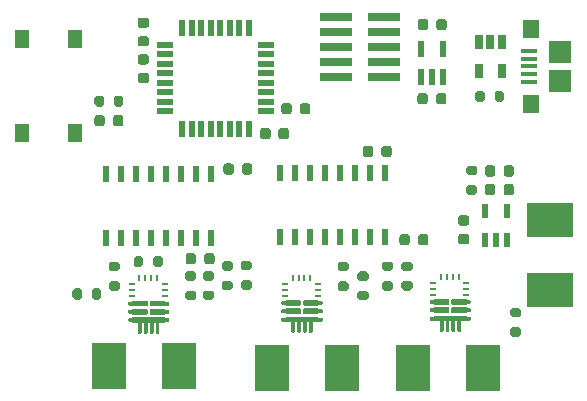
<source format=gtp>
G04 #@! TF.GenerationSoftware,KiCad,Pcbnew,5.99.0+really5.1.10+dfsg1-1*
G04 #@! TF.CreationDate,2021-12-28T19:21:21+02:00*
G04 #@! TF.ProjectId,components_main_board,636f6d70-6f6e-4656-9e74-735f6d61696e,V0.1*
G04 #@! TF.SameCoordinates,Original*
G04 #@! TF.FileFunction,Paste,Top*
G04 #@! TF.FilePolarity,Positive*
%FSLAX46Y46*%
G04 Gerber Fmt 4.6, Leading zero omitted, Abs format (unit mm)*
G04 Created by KiCad (PCBNEW 5.99.0+really5.1.10+dfsg1-1) date 2021-12-28 19:21:21*
%MOMM*%
%LPD*%
G01*
G04 APERTURE LIST*
%ADD10C,0.100000*%
%ADD11R,1.900000X1.900000*%
%ADD12R,1.400000X1.600000*%
%ADD13R,1.350000X0.400000*%
%ADD14R,0.533400X1.461700*%
%ADD15R,1.358900X0.500800*%
%ADD16R,0.500800X1.358900*%
%ADD17R,0.700001X1.150000*%
%ADD18R,2.790000X0.740000*%
%ADD19R,3.000000X4.000000*%
%ADD20R,4.000000X3.000000*%
%ADD21R,0.580000X1.420000*%
%ADD22R,0.600000X1.250000*%
%ADD23R,1.300000X1.550000*%
%ADD24R,0.599999X0.249999*%
%ADD25R,0.249999X0.599999*%
G04 APERTURE END LIST*
D10*
G36*
X213882901Y-122678800D02*
G01*
X213882901Y-122528800D01*
X213932901Y-122478798D01*
X214232900Y-122478798D01*
X214232900Y-122403799D01*
X216932900Y-122403799D01*
X216932900Y-122478798D01*
X217232899Y-122478800D01*
X217282899Y-122528800D01*
X217282899Y-122678800D01*
X217232899Y-122728800D01*
X216932900Y-122728800D01*
X216932900Y-122803798D01*
X216457900Y-122803798D01*
X216457900Y-123653799D01*
X216407900Y-123703799D01*
X216257900Y-123703799D01*
X216207900Y-123653799D01*
X216207900Y-122803798D01*
X215957901Y-122803798D01*
X215957901Y-123653799D01*
X215907901Y-123703799D01*
X215757901Y-123703799D01*
X215707901Y-123653799D01*
X215707901Y-122803798D01*
X215457899Y-122803798D01*
X215457899Y-123653799D01*
X215407899Y-123703799D01*
X215257899Y-123703799D01*
X215207899Y-123653799D01*
X215207899Y-122803798D01*
X214957900Y-122803798D01*
X214957900Y-123653799D01*
X214907900Y-123703799D01*
X214757900Y-123703799D01*
X214707900Y-123653799D01*
X214707900Y-122803798D01*
X214232900Y-122803798D01*
X214232900Y-122728800D01*
X213932901Y-122728800D01*
X213882901Y-122678800D01*
G37*
X213882901Y-122678800D02*
X213882901Y-122528800D01*
X213932901Y-122478798D01*
X214232900Y-122478798D01*
X214232900Y-122403799D01*
X216932900Y-122403799D01*
X216932900Y-122478798D01*
X217232899Y-122478800D01*
X217282899Y-122528800D01*
X217282899Y-122678800D01*
X217232899Y-122728800D01*
X216932900Y-122728800D01*
X216932900Y-122803798D01*
X216457900Y-122803798D01*
X216457900Y-123653799D01*
X216407900Y-123703799D01*
X216257900Y-123703799D01*
X216207900Y-123653799D01*
X216207900Y-122803798D01*
X215957901Y-122803798D01*
X215957901Y-123653799D01*
X215907901Y-123703799D01*
X215757901Y-123703799D01*
X215707901Y-123653799D01*
X215707901Y-122803798D01*
X215457899Y-122803798D01*
X215457899Y-123653799D01*
X215407899Y-123703799D01*
X215257899Y-123703799D01*
X215207899Y-123653799D01*
X215207899Y-122803798D01*
X214957900Y-122803798D01*
X214957900Y-123653799D01*
X214907900Y-123703799D01*
X214757900Y-123703799D01*
X214707900Y-123653799D01*
X214707900Y-122803798D01*
X214232900Y-122803798D01*
X214232900Y-122728800D01*
X213932901Y-122728800D01*
X213882901Y-122678800D01*
G36*
X217282899Y-121828784D02*
G01*
X217282899Y-121978784D01*
X217232899Y-122028781D01*
X216932900Y-122028783D01*
X216932900Y-122103782D01*
X215757901Y-122103782D01*
X215707898Y-122053782D01*
X215707901Y-121753783D01*
X215757898Y-121703783D01*
X216932900Y-121703783D01*
X216932900Y-121778784D01*
X217232899Y-121778784D01*
X217282899Y-121828784D01*
G37*
X217282899Y-121828784D02*
X217282899Y-121978784D01*
X217232899Y-122028781D01*
X216932900Y-122028783D01*
X216932900Y-122103782D01*
X215757901Y-122103782D01*
X215707898Y-122053782D01*
X215707901Y-121753783D01*
X215757898Y-121703783D01*
X216932900Y-121703783D01*
X216932900Y-121778784D01*
X217232899Y-121778784D01*
X217282899Y-121828784D01*
G36*
X213882924Y-121978814D02*
G01*
X213882924Y-121828814D01*
X213932924Y-121778817D01*
X214232923Y-121778814D01*
X214232923Y-121703816D01*
X215407922Y-121703816D01*
X215457924Y-121753816D01*
X215457922Y-122053815D01*
X215407924Y-122103815D01*
X214232923Y-122103815D01*
X214232923Y-122028814D01*
X213932924Y-122028814D01*
X213882924Y-121978814D01*
G37*
X213882924Y-121978814D02*
X213882924Y-121828814D01*
X213932924Y-121778817D01*
X214232923Y-121778814D01*
X214232923Y-121703816D01*
X215407922Y-121703816D01*
X215457924Y-121753816D01*
X215457922Y-122053815D01*
X215407924Y-122103815D01*
X214232923Y-122103815D01*
X214232923Y-122028814D01*
X213932924Y-122028814D01*
X213882924Y-121978814D01*
G36*
X217282899Y-121278767D02*
G01*
X217232899Y-121328767D01*
X216932900Y-121328767D01*
X216932900Y-121403768D01*
X215757901Y-121403766D01*
X215707898Y-121353766D01*
X215707901Y-121053766D01*
X215757898Y-121003766D01*
X216932900Y-121003766D01*
X216932900Y-121078768D01*
X217232899Y-121078768D01*
X217282899Y-121128770D01*
X217282899Y-121278767D01*
G37*
X217282899Y-121278767D02*
X217232899Y-121328767D01*
X216932900Y-121328767D01*
X216932900Y-121403768D01*
X215757901Y-121403766D01*
X215707898Y-121353766D01*
X215707901Y-121053766D01*
X215757898Y-121003766D01*
X216932900Y-121003766D01*
X216932900Y-121078768D01*
X217232899Y-121078768D01*
X217282899Y-121128770D01*
X217282899Y-121278767D01*
G36*
X213882901Y-121128798D02*
G01*
X213932901Y-121078801D01*
X214232900Y-121078798D01*
X214232900Y-121003799D01*
X215407899Y-121003799D01*
X215457902Y-121053799D01*
X215457899Y-121353799D01*
X215407902Y-121403799D01*
X214232900Y-121403799D01*
X214232900Y-121328800D01*
X213932901Y-121328798D01*
X213882901Y-121278798D01*
X213882901Y-121128798D01*
G37*
X213882901Y-121128798D02*
X213932901Y-121078801D01*
X214232900Y-121078798D01*
X214232900Y-121003799D01*
X215407899Y-121003799D01*
X215457902Y-121053799D01*
X215457899Y-121353799D01*
X215407902Y-121403799D01*
X214232900Y-121403799D01*
X214232900Y-121328800D01*
X213932901Y-121328798D01*
X213882901Y-121278798D01*
X213882901Y-121128798D01*
G36*
X200901601Y-121172600D02*
G01*
X200951601Y-121122603D01*
X201251600Y-121122600D01*
X201251600Y-121047601D01*
X202426599Y-121047601D01*
X202476602Y-121097601D01*
X202476599Y-121397601D01*
X202426602Y-121447601D01*
X201251600Y-121447601D01*
X201251600Y-121372602D01*
X200951601Y-121372600D01*
X200901601Y-121322600D01*
X200901601Y-121172600D01*
G37*
X200901601Y-121172600D02*
X200951601Y-121122603D01*
X201251600Y-121122600D01*
X201251600Y-121047601D01*
X202426599Y-121047601D01*
X202476602Y-121097601D01*
X202476599Y-121397601D01*
X202426602Y-121447601D01*
X201251600Y-121447601D01*
X201251600Y-121372602D01*
X200951601Y-121372600D01*
X200901601Y-121322600D01*
X200901601Y-121172600D01*
G36*
X204301599Y-121322569D02*
G01*
X204251599Y-121372569D01*
X203951600Y-121372569D01*
X203951600Y-121447570D01*
X202776601Y-121447568D01*
X202726598Y-121397568D01*
X202726601Y-121097568D01*
X202776598Y-121047568D01*
X203951600Y-121047568D01*
X203951600Y-121122570D01*
X204251599Y-121122570D01*
X204301599Y-121172572D01*
X204301599Y-121322569D01*
G37*
X204301599Y-121322569D02*
X204251599Y-121372569D01*
X203951600Y-121372569D01*
X203951600Y-121447570D01*
X202776601Y-121447568D01*
X202726598Y-121397568D01*
X202726601Y-121097568D01*
X202776598Y-121047568D01*
X203951600Y-121047568D01*
X203951600Y-121122570D01*
X204251599Y-121122570D01*
X204301599Y-121172572D01*
X204301599Y-121322569D01*
G36*
X200901624Y-122022616D02*
G01*
X200901624Y-121872616D01*
X200951624Y-121822619D01*
X201251623Y-121822616D01*
X201251623Y-121747618D01*
X202426622Y-121747618D01*
X202476624Y-121797618D01*
X202476622Y-122097617D01*
X202426624Y-122147617D01*
X201251623Y-122147617D01*
X201251623Y-122072616D01*
X200951624Y-122072616D01*
X200901624Y-122022616D01*
G37*
X200901624Y-122022616D02*
X200901624Y-121872616D01*
X200951624Y-121822619D01*
X201251623Y-121822616D01*
X201251623Y-121747618D01*
X202426622Y-121747618D01*
X202476624Y-121797618D01*
X202476622Y-122097617D01*
X202426624Y-122147617D01*
X201251623Y-122147617D01*
X201251623Y-122072616D01*
X200951624Y-122072616D01*
X200901624Y-122022616D01*
G36*
X204301599Y-121872586D02*
G01*
X204301599Y-122022586D01*
X204251599Y-122072583D01*
X203951600Y-122072585D01*
X203951600Y-122147584D01*
X202776601Y-122147584D01*
X202726598Y-122097584D01*
X202726601Y-121797585D01*
X202776598Y-121747585D01*
X203951600Y-121747585D01*
X203951600Y-121822586D01*
X204251599Y-121822586D01*
X204301599Y-121872586D01*
G37*
X204301599Y-121872586D02*
X204301599Y-122022586D01*
X204251599Y-122072583D01*
X203951600Y-122072585D01*
X203951600Y-122147584D01*
X202776601Y-122147584D01*
X202726598Y-122097584D01*
X202726601Y-121797585D01*
X202776598Y-121747585D01*
X203951600Y-121747585D01*
X203951600Y-121822586D01*
X204251599Y-121822586D01*
X204301599Y-121872586D01*
G36*
X200901601Y-122722602D02*
G01*
X200901601Y-122572602D01*
X200951601Y-122522600D01*
X201251600Y-122522600D01*
X201251600Y-122447601D01*
X203951600Y-122447601D01*
X203951600Y-122522600D01*
X204251599Y-122522602D01*
X204301599Y-122572602D01*
X204301599Y-122722602D01*
X204251599Y-122772602D01*
X203951600Y-122772602D01*
X203951600Y-122847600D01*
X203476600Y-122847600D01*
X203476600Y-123697601D01*
X203426600Y-123747601D01*
X203276600Y-123747601D01*
X203226600Y-123697601D01*
X203226600Y-122847600D01*
X202976601Y-122847600D01*
X202976601Y-123697601D01*
X202926601Y-123747601D01*
X202776601Y-123747601D01*
X202726601Y-123697601D01*
X202726601Y-122847600D01*
X202476599Y-122847600D01*
X202476599Y-123697601D01*
X202426599Y-123747601D01*
X202276599Y-123747601D01*
X202226599Y-123697601D01*
X202226599Y-122847600D01*
X201976600Y-122847600D01*
X201976600Y-123697601D01*
X201926600Y-123747601D01*
X201776600Y-123747601D01*
X201726600Y-123697601D01*
X201726600Y-122847600D01*
X201251600Y-122847600D01*
X201251600Y-122772602D01*
X200951601Y-122772602D01*
X200901601Y-122722602D01*
G37*
X200901601Y-122722602D02*
X200901601Y-122572602D01*
X200951601Y-122522600D01*
X201251600Y-122522600D01*
X201251600Y-122447601D01*
X203951600Y-122447601D01*
X203951600Y-122522600D01*
X204251599Y-122522602D01*
X204301599Y-122572602D01*
X204301599Y-122722602D01*
X204251599Y-122772602D01*
X203951600Y-122772602D01*
X203951600Y-122847600D01*
X203476600Y-122847600D01*
X203476600Y-123697601D01*
X203426600Y-123747601D01*
X203276600Y-123747601D01*
X203226600Y-123697601D01*
X203226600Y-122847600D01*
X202976601Y-122847600D01*
X202976601Y-123697601D01*
X202926601Y-123747601D01*
X202776601Y-123747601D01*
X202726601Y-123697601D01*
X202726601Y-122847600D01*
X202476599Y-122847600D01*
X202476599Y-123697601D01*
X202426599Y-123747601D01*
X202276599Y-123747601D01*
X202226599Y-123697601D01*
X202226599Y-122847600D01*
X201976600Y-122847600D01*
X201976600Y-123697601D01*
X201926600Y-123747601D01*
X201776600Y-123747601D01*
X201726600Y-123697601D01*
X201726600Y-122847600D01*
X201251600Y-122847600D01*
X201251600Y-122772602D01*
X200951601Y-122772602D01*
X200901601Y-122722602D01*
G36*
X226454001Y-122592201D02*
G01*
X226454001Y-122442201D01*
X226504001Y-122392199D01*
X226804000Y-122392199D01*
X226804000Y-122317200D01*
X229504000Y-122317200D01*
X229504000Y-122392199D01*
X229803999Y-122392201D01*
X229853999Y-122442201D01*
X229853999Y-122592201D01*
X229803999Y-122642201D01*
X229504000Y-122642201D01*
X229504000Y-122717199D01*
X229029000Y-122717199D01*
X229029000Y-123567200D01*
X228979000Y-123617200D01*
X228829000Y-123617200D01*
X228779000Y-123567200D01*
X228779000Y-122717199D01*
X228529001Y-122717199D01*
X228529001Y-123567200D01*
X228479001Y-123617200D01*
X228329001Y-123617200D01*
X228279001Y-123567200D01*
X228279001Y-122717199D01*
X228028999Y-122717199D01*
X228028999Y-123567200D01*
X227978999Y-123617200D01*
X227828999Y-123617200D01*
X227778999Y-123567200D01*
X227778999Y-122717199D01*
X227529000Y-122717199D01*
X227529000Y-123567200D01*
X227479000Y-123617200D01*
X227329000Y-123617200D01*
X227279000Y-123567200D01*
X227279000Y-122717199D01*
X226804000Y-122717199D01*
X226804000Y-122642201D01*
X226504001Y-122642201D01*
X226454001Y-122592201D01*
G37*
X226454001Y-122592201D02*
X226454001Y-122442201D01*
X226504001Y-122392199D01*
X226804000Y-122392199D01*
X226804000Y-122317200D01*
X229504000Y-122317200D01*
X229504000Y-122392199D01*
X229803999Y-122392201D01*
X229853999Y-122442201D01*
X229853999Y-122592201D01*
X229803999Y-122642201D01*
X229504000Y-122642201D01*
X229504000Y-122717199D01*
X229029000Y-122717199D01*
X229029000Y-123567200D01*
X228979000Y-123617200D01*
X228829000Y-123617200D01*
X228779000Y-123567200D01*
X228779000Y-122717199D01*
X228529001Y-122717199D01*
X228529001Y-123567200D01*
X228479001Y-123617200D01*
X228329001Y-123617200D01*
X228279001Y-123567200D01*
X228279001Y-122717199D01*
X228028999Y-122717199D01*
X228028999Y-123567200D01*
X227978999Y-123617200D01*
X227828999Y-123617200D01*
X227778999Y-123567200D01*
X227778999Y-122717199D01*
X227529000Y-122717199D01*
X227529000Y-123567200D01*
X227479000Y-123617200D01*
X227329000Y-123617200D01*
X227279000Y-123567200D01*
X227279000Y-122717199D01*
X226804000Y-122717199D01*
X226804000Y-122642201D01*
X226504001Y-122642201D01*
X226454001Y-122592201D01*
G36*
X229853999Y-121742185D02*
G01*
X229853999Y-121892185D01*
X229803999Y-121942182D01*
X229504000Y-121942184D01*
X229504000Y-122017183D01*
X228329001Y-122017183D01*
X228278998Y-121967183D01*
X228279001Y-121667184D01*
X228328998Y-121617184D01*
X229504000Y-121617184D01*
X229504000Y-121692185D01*
X229803999Y-121692185D01*
X229853999Y-121742185D01*
G37*
X229853999Y-121742185D02*
X229853999Y-121892185D01*
X229803999Y-121942182D01*
X229504000Y-121942184D01*
X229504000Y-122017183D01*
X228329001Y-122017183D01*
X228278998Y-121967183D01*
X228279001Y-121667184D01*
X228328998Y-121617184D01*
X229504000Y-121617184D01*
X229504000Y-121692185D01*
X229803999Y-121692185D01*
X229853999Y-121742185D01*
G36*
X226454024Y-121892215D02*
G01*
X226454024Y-121742215D01*
X226504024Y-121692218D01*
X226804023Y-121692215D01*
X226804023Y-121617217D01*
X227979022Y-121617217D01*
X228029024Y-121667217D01*
X228029022Y-121967216D01*
X227979024Y-122017216D01*
X226804023Y-122017216D01*
X226804023Y-121942215D01*
X226504024Y-121942215D01*
X226454024Y-121892215D01*
G37*
X226454024Y-121892215D02*
X226454024Y-121742215D01*
X226504024Y-121692218D01*
X226804023Y-121692215D01*
X226804023Y-121617217D01*
X227979022Y-121617217D01*
X228029024Y-121667217D01*
X228029022Y-121967216D01*
X227979024Y-122017216D01*
X226804023Y-122017216D01*
X226804023Y-121942215D01*
X226504024Y-121942215D01*
X226454024Y-121892215D01*
G36*
X229853999Y-121192168D02*
G01*
X229803999Y-121242168D01*
X229504000Y-121242168D01*
X229504000Y-121317169D01*
X228329001Y-121317167D01*
X228278998Y-121267167D01*
X228279001Y-120967167D01*
X228328998Y-120917167D01*
X229504000Y-120917167D01*
X229504000Y-120992169D01*
X229803999Y-120992169D01*
X229853999Y-121042171D01*
X229853999Y-121192168D01*
G37*
X229853999Y-121192168D02*
X229803999Y-121242168D01*
X229504000Y-121242168D01*
X229504000Y-121317169D01*
X228329001Y-121317167D01*
X228278998Y-121267167D01*
X228279001Y-120967167D01*
X228328998Y-120917167D01*
X229504000Y-120917167D01*
X229504000Y-120992169D01*
X229803999Y-120992169D01*
X229853999Y-121042171D01*
X229853999Y-121192168D01*
G36*
X226454001Y-121042199D02*
G01*
X226504001Y-120992202D01*
X226804000Y-120992199D01*
X226804000Y-120917200D01*
X227978999Y-120917200D01*
X228029002Y-120967200D01*
X228028999Y-121267200D01*
X227979002Y-121317200D01*
X226804000Y-121317200D01*
X226804000Y-121242201D01*
X226504001Y-121242199D01*
X226454001Y-121192199D01*
X226454001Y-121042199D01*
G37*
X226454001Y-121042199D02*
X226504001Y-120992202D01*
X226804000Y-120992199D01*
X226804000Y-120917200D01*
X227978999Y-120917200D01*
X228029002Y-120967200D01*
X228028999Y-121267200D01*
X227979002Y-121317200D01*
X226804000Y-121317200D01*
X226804000Y-121242201D01*
X226504001Y-121242199D01*
X226454001Y-121192199D01*
X226454001Y-121042199D01*
G36*
G01*
X213625000Y-107150000D02*
X213625000Y-106650000D01*
G75*
G02*
X213850000Y-106425000I225000J0D01*
G01*
X214300000Y-106425000D01*
G75*
G02*
X214525000Y-106650000I0J-225000D01*
G01*
X214525000Y-107150000D01*
G75*
G02*
X214300000Y-107375000I-225000J0D01*
G01*
X213850000Y-107375000D01*
G75*
G02*
X213625000Y-107150000I0J225000D01*
G01*
G37*
G36*
G01*
X212075000Y-107150000D02*
X212075000Y-106650000D01*
G75*
G02*
X212300000Y-106425000I225000J0D01*
G01*
X212750000Y-106425000D01*
G75*
G02*
X212975000Y-106650000I0J-225000D01*
G01*
X212975000Y-107150000D01*
G75*
G02*
X212750000Y-107375000I-225000J0D01*
G01*
X212300000Y-107375000D01*
G75*
G02*
X212075000Y-107150000I0J225000D01*
G01*
G37*
D11*
X237501200Y-100009000D03*
X237501200Y-102409000D03*
D12*
X235051200Y-98009000D03*
X235051200Y-104409000D03*
D13*
X234826200Y-99909000D03*
X234826200Y-100559000D03*
X234826200Y-101209000D03*
X234826200Y-101859000D03*
X234826200Y-102509000D03*
D14*
X207935600Y-110289048D03*
X206665600Y-110289048D03*
X205395600Y-110289048D03*
X204125600Y-110289048D03*
X202855600Y-110289048D03*
X201585600Y-110289048D03*
X200315600Y-110289048D03*
X199045600Y-110289048D03*
X199045600Y-115738552D03*
X200315600Y-115738552D03*
X201585600Y-115738552D03*
X202855600Y-115738552D03*
X204125600Y-115738552D03*
X205395600Y-115738552D03*
X206665600Y-115738552D03*
X207935600Y-115738552D03*
D15*
X204026450Y-99400001D03*
X204026450Y-100199999D03*
X204026450Y-101000000D03*
X204026450Y-101800001D03*
X204026450Y-102599999D03*
X204026450Y-103400000D03*
X204026450Y-104199999D03*
X204026450Y-104999999D03*
D16*
X205500001Y-106473550D03*
X206299999Y-106473550D03*
X207100000Y-106473550D03*
X207900001Y-106473550D03*
X208699999Y-106473550D03*
X209500000Y-106473550D03*
X210299999Y-106473550D03*
X211099999Y-106473550D03*
D15*
X212573550Y-104999999D03*
X212573550Y-104200001D03*
X212573550Y-103400000D03*
X212573550Y-102599999D03*
X212573550Y-101800001D03*
X212573550Y-101000000D03*
X212573550Y-100200001D03*
X212573550Y-99400001D03*
D16*
X211099999Y-97926450D03*
X210300001Y-97926450D03*
X209500000Y-97926450D03*
X208699999Y-97926450D03*
X207900001Y-97926450D03*
X207100000Y-97926450D03*
X206300001Y-97926450D03*
X205500001Y-97926450D03*
D17*
X232533001Y-99165001D03*
X231583001Y-99165001D03*
X230633002Y-99165001D03*
X230633002Y-101615001D03*
X232533001Y-101615001D03*
D18*
X218465000Y-100870000D03*
X222535000Y-100870000D03*
X218465000Y-102140000D03*
X222535000Y-102140000D03*
X218465000Y-97060000D03*
X222535000Y-97060000D03*
X218465000Y-98330000D03*
X222535000Y-98330000D03*
X218465000Y-99600000D03*
X222535000Y-99600000D03*
D19*
X219035400Y-126729800D03*
X213065400Y-126729800D03*
X205246000Y-126594800D03*
X199276000Y-126594800D03*
X230973400Y-126704400D03*
X225003400Y-126704400D03*
D20*
X236620200Y-120179400D03*
X236620200Y-114209400D03*
D21*
X225705400Y-99778400D03*
X227605400Y-99778400D03*
X227605400Y-102068400D03*
X226655400Y-102068400D03*
X225705400Y-102068400D03*
G36*
G01*
X198932200Y-105545550D02*
X198932200Y-106058050D01*
G75*
G02*
X198713450Y-106276800I-218750J0D01*
G01*
X198275950Y-106276800D01*
G75*
G02*
X198057200Y-106058050I0J218750D01*
G01*
X198057200Y-105545550D01*
G75*
G02*
X198275950Y-105326800I218750J0D01*
G01*
X198713450Y-105326800D01*
G75*
G02*
X198932200Y-105545550I0J-218750D01*
G01*
G37*
G36*
G01*
X200507200Y-105545550D02*
X200507200Y-106058050D01*
G75*
G02*
X200288450Y-106276800I-218750J0D01*
G01*
X199850950Y-106276800D01*
G75*
G02*
X199632200Y-106058050I0J218750D01*
G01*
X199632200Y-105545550D01*
G75*
G02*
X199850950Y-105326800I218750J0D01*
G01*
X200288450Y-105326800D01*
G75*
G02*
X200507200Y-105545550I0J-218750D01*
G01*
G37*
G36*
G01*
X231995000Y-109811150D02*
X231995000Y-110323650D01*
G75*
G02*
X231776250Y-110542400I-218750J0D01*
G01*
X231338750Y-110542400D01*
G75*
G02*
X231120000Y-110323650I0J218750D01*
G01*
X231120000Y-109811150D01*
G75*
G02*
X231338750Y-109592400I218750J0D01*
G01*
X231776250Y-109592400D01*
G75*
G02*
X231995000Y-109811150I0J-218750D01*
G01*
G37*
G36*
G01*
X233570000Y-109811150D02*
X233570000Y-110323650D01*
G75*
G02*
X233351250Y-110542400I-218750J0D01*
G01*
X232913750Y-110542400D01*
G75*
G02*
X232695000Y-110323650I0J218750D01*
G01*
X232695000Y-109811150D01*
G75*
G02*
X232913750Y-109592400I218750J0D01*
G01*
X233351250Y-109592400D01*
G75*
G02*
X233570000Y-109811150I0J-218750D01*
G01*
G37*
G36*
G01*
X233441600Y-123307200D02*
X233991600Y-123307200D01*
G75*
G02*
X234191600Y-123507200I0J-200000D01*
G01*
X234191600Y-123907200D01*
G75*
G02*
X233991600Y-124107200I-200000J0D01*
G01*
X233441600Y-124107200D01*
G75*
G02*
X233241600Y-123907200I0J200000D01*
G01*
X233241600Y-123507200D01*
G75*
G02*
X233441600Y-123307200I200000J0D01*
G01*
G37*
G36*
G01*
X233441600Y-121657200D02*
X233991600Y-121657200D01*
G75*
G02*
X234191600Y-121857200I0J-200000D01*
G01*
X234191600Y-122257200D01*
G75*
G02*
X233991600Y-122457200I-200000J0D01*
G01*
X233441600Y-122457200D01*
G75*
G02*
X233241600Y-122257200I0J200000D01*
G01*
X233241600Y-121857200D01*
G75*
G02*
X233441600Y-121657200I200000J0D01*
G01*
G37*
G36*
G01*
X229733200Y-111266600D02*
X230283200Y-111266600D01*
G75*
G02*
X230483200Y-111466600I0J-200000D01*
G01*
X230483200Y-111866600D01*
G75*
G02*
X230283200Y-112066600I-200000J0D01*
G01*
X229733200Y-112066600D01*
G75*
G02*
X229533200Y-111866600I0J200000D01*
G01*
X229533200Y-111466600D01*
G75*
G02*
X229733200Y-111266600I200000J0D01*
G01*
G37*
G36*
G01*
X229733200Y-109616600D02*
X230283200Y-109616600D01*
G75*
G02*
X230483200Y-109816600I0J-200000D01*
G01*
X230483200Y-110216600D01*
G75*
G02*
X230283200Y-110416600I-200000J0D01*
G01*
X229733200Y-110416600D01*
G75*
G02*
X229533200Y-110216600I0J200000D01*
G01*
X229533200Y-109816600D01*
G75*
G02*
X229733200Y-109616600I200000J0D01*
G01*
G37*
G36*
G01*
X198857200Y-103875800D02*
X198857200Y-104425800D01*
G75*
G02*
X198657200Y-104625800I-200000J0D01*
G01*
X198257200Y-104625800D01*
G75*
G02*
X198057200Y-104425800I0J200000D01*
G01*
X198057200Y-103875800D01*
G75*
G02*
X198257200Y-103675800I200000J0D01*
G01*
X198657200Y-103675800D01*
G75*
G02*
X198857200Y-103875800I0J-200000D01*
G01*
G37*
G36*
G01*
X200507200Y-103875800D02*
X200507200Y-104425800D01*
G75*
G02*
X200307200Y-104625800I-200000J0D01*
G01*
X199907200Y-104625800D01*
G75*
G02*
X199707200Y-104425800I0J200000D01*
G01*
X199707200Y-103875800D01*
G75*
G02*
X199907200Y-103675800I200000J0D01*
G01*
X200307200Y-103675800D01*
G75*
G02*
X200507200Y-103875800I0J-200000D01*
G01*
G37*
G36*
G01*
X219386600Y-118571000D02*
X218836600Y-118571000D01*
G75*
G02*
X218636600Y-118371000I0J200000D01*
G01*
X218636600Y-117971000D01*
G75*
G02*
X218836600Y-117771000I200000J0D01*
G01*
X219386600Y-117771000D01*
G75*
G02*
X219586600Y-117971000I0J-200000D01*
G01*
X219586600Y-118371000D01*
G75*
G02*
X219386600Y-118571000I-200000J0D01*
G01*
G37*
G36*
G01*
X219386600Y-120221000D02*
X218836600Y-120221000D01*
G75*
G02*
X218636600Y-120021000I0J200000D01*
G01*
X218636600Y-119621000D01*
G75*
G02*
X218836600Y-119421000I200000J0D01*
G01*
X219386600Y-119421000D01*
G75*
G02*
X219586600Y-119621000I0J-200000D01*
G01*
X219586600Y-120021000D01*
G75*
G02*
X219386600Y-120221000I-200000J0D01*
G01*
G37*
G36*
G01*
X203026600Y-118013200D02*
X203026600Y-117463200D01*
G75*
G02*
X203226600Y-117263200I200000J0D01*
G01*
X203626600Y-117263200D01*
G75*
G02*
X203826600Y-117463200I0J-200000D01*
G01*
X203826600Y-118013200D01*
G75*
G02*
X203626600Y-118213200I-200000J0D01*
G01*
X203226600Y-118213200D01*
G75*
G02*
X203026600Y-118013200I0J200000D01*
G01*
G37*
G36*
G01*
X201376600Y-118013200D02*
X201376600Y-117463200D01*
G75*
G02*
X201576600Y-117263200I200000J0D01*
G01*
X201976600Y-117263200D01*
G75*
G02*
X202176600Y-117463200I0J-200000D01*
G01*
X202176600Y-118013200D01*
G75*
G02*
X201976600Y-118213200I-200000J0D01*
G01*
X201576600Y-118213200D01*
G75*
G02*
X201376600Y-118013200I0J200000D01*
G01*
G37*
G36*
G01*
X222595800Y-119394600D02*
X223145800Y-119394600D01*
G75*
G02*
X223345800Y-119594600I0J-200000D01*
G01*
X223345800Y-119994600D01*
G75*
G02*
X223145800Y-120194600I-200000J0D01*
G01*
X222595800Y-120194600D01*
G75*
G02*
X222395800Y-119994600I0J200000D01*
G01*
X222395800Y-119594600D01*
G75*
G02*
X222595800Y-119394600I200000J0D01*
G01*
G37*
G36*
G01*
X222595800Y-117744600D02*
X223145800Y-117744600D01*
G75*
G02*
X223345800Y-117944600I0J-200000D01*
G01*
X223345800Y-118344600D01*
G75*
G02*
X223145800Y-118544600I-200000J0D01*
G01*
X222595800Y-118544600D01*
G75*
G02*
X222395800Y-118344600I0J200000D01*
G01*
X222395800Y-117944600D01*
G75*
G02*
X222595800Y-117744600I200000J0D01*
G01*
G37*
G36*
G01*
X209032200Y-119370200D02*
X209582200Y-119370200D01*
G75*
G02*
X209782200Y-119570200I0J-200000D01*
G01*
X209782200Y-119970200D01*
G75*
G02*
X209582200Y-120170200I-200000J0D01*
G01*
X209032200Y-120170200D01*
G75*
G02*
X208832200Y-119970200I0J200000D01*
G01*
X208832200Y-119570200D01*
G75*
G02*
X209032200Y-119370200I200000J0D01*
G01*
G37*
G36*
G01*
X209032200Y-117720200D02*
X209582200Y-117720200D01*
G75*
G02*
X209782200Y-117920200I0J-200000D01*
G01*
X209782200Y-118320200D01*
G75*
G02*
X209582200Y-118520200I-200000J0D01*
G01*
X209032200Y-118520200D01*
G75*
G02*
X208832200Y-118320200I0J200000D01*
G01*
X208832200Y-117920200D01*
G75*
G02*
X209032200Y-117720200I200000J0D01*
G01*
G37*
G36*
G01*
X206475000Y-119350000D02*
X205925000Y-119350000D01*
G75*
G02*
X205725000Y-119150000I0J200000D01*
G01*
X205725000Y-118750000D01*
G75*
G02*
X205925000Y-118550000I200000J0D01*
G01*
X206475000Y-118550000D01*
G75*
G02*
X206675000Y-118750000I0J-200000D01*
G01*
X206675000Y-119150000D01*
G75*
G02*
X206475000Y-119350000I-200000J0D01*
G01*
G37*
G36*
G01*
X206475000Y-121000000D02*
X205925000Y-121000000D01*
G75*
G02*
X205725000Y-120800000I0J200000D01*
G01*
X205725000Y-120400000D01*
G75*
G02*
X205925000Y-120200000I200000J0D01*
G01*
X206475000Y-120200000D01*
G75*
G02*
X206675000Y-120400000I0J-200000D01*
G01*
X206675000Y-120800000D01*
G75*
G02*
X206475000Y-121000000I-200000J0D01*
G01*
G37*
G36*
G01*
X224246800Y-119394600D02*
X224796800Y-119394600D01*
G75*
G02*
X224996800Y-119594600I0J-200000D01*
G01*
X224996800Y-119994600D01*
G75*
G02*
X224796800Y-120194600I-200000J0D01*
G01*
X224246800Y-120194600D01*
G75*
G02*
X224046800Y-119994600I0J200000D01*
G01*
X224046800Y-119594600D01*
G75*
G02*
X224246800Y-119394600I200000J0D01*
G01*
G37*
G36*
G01*
X224246800Y-117744600D02*
X224796800Y-117744600D01*
G75*
G02*
X224996800Y-117944600I0J-200000D01*
G01*
X224996800Y-118344600D01*
G75*
G02*
X224796800Y-118544600I-200000J0D01*
G01*
X224246800Y-118544600D01*
G75*
G02*
X224046800Y-118344600I0J200000D01*
G01*
X224046800Y-117944600D01*
G75*
G02*
X224246800Y-117744600I200000J0D01*
G01*
G37*
G36*
G01*
X210632400Y-119319400D02*
X211182400Y-119319400D01*
G75*
G02*
X211382400Y-119519400I0J-200000D01*
G01*
X211382400Y-119919400D01*
G75*
G02*
X211182400Y-120119400I-200000J0D01*
G01*
X210632400Y-120119400D01*
G75*
G02*
X210432400Y-119919400I0J200000D01*
G01*
X210432400Y-119519400D01*
G75*
G02*
X210632400Y-119319400I200000J0D01*
G01*
G37*
G36*
G01*
X210632400Y-117669400D02*
X211182400Y-117669400D01*
G75*
G02*
X211382400Y-117869400I0J-200000D01*
G01*
X211382400Y-118269400D01*
G75*
G02*
X211182400Y-118469400I-200000J0D01*
G01*
X210632400Y-118469400D01*
G75*
G02*
X210432400Y-118269400I0J200000D01*
G01*
X210432400Y-117869400D01*
G75*
G02*
X210632400Y-117669400I200000J0D01*
G01*
G37*
G36*
G01*
X199456400Y-119407800D02*
X200006400Y-119407800D01*
G75*
G02*
X200206400Y-119607800I0J-200000D01*
G01*
X200206400Y-120007800D01*
G75*
G02*
X200006400Y-120207800I-200000J0D01*
G01*
X199456400Y-120207800D01*
G75*
G02*
X199256400Y-120007800I0J200000D01*
G01*
X199256400Y-119607800D01*
G75*
G02*
X199456400Y-119407800I200000J0D01*
G01*
G37*
G36*
G01*
X199456400Y-117757800D02*
X200006400Y-117757800D01*
G75*
G02*
X200206400Y-117957800I0J-200000D01*
G01*
X200206400Y-118357800D01*
G75*
G02*
X200006400Y-118557800I-200000J0D01*
G01*
X199456400Y-118557800D01*
G75*
G02*
X199256400Y-118357800I0J200000D01*
G01*
X199256400Y-117957800D01*
G75*
G02*
X199456400Y-117757800I200000J0D01*
G01*
G37*
G36*
G01*
X207432000Y-120200000D02*
X207982000Y-120200000D01*
G75*
G02*
X208182000Y-120400000I0J-200000D01*
G01*
X208182000Y-120800000D01*
G75*
G02*
X207982000Y-121000000I-200000J0D01*
G01*
X207432000Y-121000000D01*
G75*
G02*
X207232000Y-120800000I0J200000D01*
G01*
X207232000Y-120400000D01*
G75*
G02*
X207432000Y-120200000I200000J0D01*
G01*
G37*
G36*
G01*
X207432000Y-118550000D02*
X207982000Y-118550000D01*
G75*
G02*
X208182000Y-118750000I0J-200000D01*
G01*
X208182000Y-119150000D01*
G75*
G02*
X207982000Y-119350000I-200000J0D01*
G01*
X207432000Y-119350000D01*
G75*
G02*
X207232000Y-119150000I0J200000D01*
G01*
X207232000Y-118750000D01*
G75*
G02*
X207432000Y-118550000I200000J0D01*
G01*
G37*
G36*
G01*
X220513000Y-120220600D02*
X221063000Y-120220600D01*
G75*
G02*
X221263000Y-120420600I0J-200000D01*
G01*
X221263000Y-120820600D01*
G75*
G02*
X221063000Y-121020600I-200000J0D01*
G01*
X220513000Y-121020600D01*
G75*
G02*
X220313000Y-120820600I0J200000D01*
G01*
X220313000Y-120420600D01*
G75*
G02*
X220513000Y-120220600I200000J0D01*
G01*
G37*
G36*
G01*
X220513000Y-118570600D02*
X221063000Y-118570600D01*
G75*
G02*
X221263000Y-118770600I0J-200000D01*
G01*
X221263000Y-119170600D01*
G75*
G02*
X221063000Y-119370600I-200000J0D01*
G01*
X220513000Y-119370600D01*
G75*
G02*
X220313000Y-119170600I0J200000D01*
G01*
X220313000Y-118770600D01*
G75*
G02*
X220513000Y-118570600I200000J0D01*
G01*
G37*
G36*
G01*
X196995000Y-120206400D02*
X196995000Y-120756400D01*
G75*
G02*
X196795000Y-120956400I-200000J0D01*
G01*
X196395000Y-120956400D01*
G75*
G02*
X196195000Y-120756400I0J200000D01*
G01*
X196195000Y-120206400D01*
G75*
G02*
X196395000Y-120006400I200000J0D01*
G01*
X196795000Y-120006400D01*
G75*
G02*
X196995000Y-120206400I0J-200000D01*
G01*
G37*
G36*
G01*
X198645000Y-120206400D02*
X198645000Y-120756400D01*
G75*
G02*
X198445000Y-120956400I-200000J0D01*
G01*
X198045000Y-120956400D01*
G75*
G02*
X197845000Y-120756400I0J200000D01*
G01*
X197845000Y-120206400D01*
G75*
G02*
X198045000Y-120006400I200000J0D01*
G01*
X198445000Y-120006400D01*
G75*
G02*
X198645000Y-120206400I0J-200000D01*
G01*
G37*
G36*
G01*
X231931800Y-104017800D02*
X231931800Y-103467800D01*
G75*
G02*
X232131800Y-103267800I200000J0D01*
G01*
X232531800Y-103267800D01*
G75*
G02*
X232731800Y-103467800I0J-200000D01*
G01*
X232731800Y-104017800D01*
G75*
G02*
X232531800Y-104217800I-200000J0D01*
G01*
X232131800Y-104217800D01*
G75*
G02*
X231931800Y-104017800I0J200000D01*
G01*
G37*
G36*
G01*
X230281800Y-104017800D02*
X230281800Y-103467800D01*
G75*
G02*
X230481800Y-103267800I200000J0D01*
G01*
X230881800Y-103267800D01*
G75*
G02*
X231081800Y-103467800I0J-200000D01*
G01*
X231081800Y-104017800D01*
G75*
G02*
X230881800Y-104217800I-200000J0D01*
G01*
X230481800Y-104217800D01*
G75*
G02*
X230281800Y-104017800I0J200000D01*
G01*
G37*
G36*
G01*
X229578650Y-114695800D02*
X229066150Y-114695800D01*
G75*
G02*
X228847400Y-114477050I0J218750D01*
G01*
X228847400Y-114039550D01*
G75*
G02*
X229066150Y-113820800I218750J0D01*
G01*
X229578650Y-113820800D01*
G75*
G02*
X229797400Y-114039550I0J-218750D01*
G01*
X229797400Y-114477050D01*
G75*
G02*
X229578650Y-114695800I-218750J0D01*
G01*
G37*
G36*
G01*
X229578650Y-116270800D02*
X229066150Y-116270800D01*
G75*
G02*
X228847400Y-116052050I0J218750D01*
G01*
X228847400Y-115614550D01*
G75*
G02*
X229066150Y-115395800I218750J0D01*
G01*
X229578650Y-115395800D01*
G75*
G02*
X229797400Y-115614550I0J-218750D01*
G01*
X229797400Y-116052050D01*
G75*
G02*
X229578650Y-116270800I-218750J0D01*
G01*
G37*
D14*
X222642200Y-115687752D03*
X221372200Y-115687752D03*
X220102200Y-115687752D03*
X218832200Y-115687752D03*
X217562200Y-115687752D03*
X216292200Y-115687752D03*
X215022200Y-115687752D03*
X213752200Y-115687752D03*
X213752200Y-110238248D03*
X215022200Y-110238248D03*
X216292200Y-110238248D03*
X217562200Y-110238248D03*
X218832200Y-110238248D03*
X220102200Y-110238248D03*
X221372200Y-110238248D03*
X222642200Y-110238248D03*
G36*
G01*
X206650000Y-117243750D02*
X206650000Y-117756250D01*
G75*
G02*
X206431250Y-117975000I-218750J0D01*
G01*
X205993750Y-117975000D01*
G75*
G02*
X205775000Y-117756250I0J218750D01*
G01*
X205775000Y-117243750D01*
G75*
G02*
X205993750Y-117025000I218750J0D01*
G01*
X206431250Y-117025000D01*
G75*
G02*
X206650000Y-117243750I0J-218750D01*
G01*
G37*
G36*
G01*
X208225000Y-117243750D02*
X208225000Y-117756250D01*
G75*
G02*
X208006250Y-117975000I-218750J0D01*
G01*
X207568750Y-117975000D01*
G75*
G02*
X207350000Y-117756250I0J218750D01*
G01*
X207350000Y-117243750D01*
G75*
G02*
X207568750Y-117025000I218750J0D01*
G01*
X208006250Y-117025000D01*
G75*
G02*
X208225000Y-117243750I0J-218750D01*
G01*
G37*
G36*
G01*
X225456000Y-116140250D02*
X225456000Y-115627750D01*
G75*
G02*
X225674750Y-115409000I218750J0D01*
G01*
X226112250Y-115409000D01*
G75*
G02*
X226331000Y-115627750I0J-218750D01*
G01*
X226331000Y-116140250D01*
G75*
G02*
X226112250Y-116359000I-218750J0D01*
G01*
X225674750Y-116359000D01*
G75*
G02*
X225456000Y-116140250I0J218750D01*
G01*
G37*
G36*
G01*
X223881000Y-116140250D02*
X223881000Y-115627750D01*
G75*
G02*
X224099750Y-115409000I218750J0D01*
G01*
X224537250Y-115409000D01*
G75*
G02*
X224756000Y-115627750I0J-218750D01*
G01*
X224756000Y-116140250D01*
G75*
G02*
X224537250Y-116359000I-218750J0D01*
G01*
X224099750Y-116359000D01*
G75*
G02*
X223881000Y-116140250I0J218750D01*
G01*
G37*
G36*
G01*
X232695000Y-111898450D02*
X232695000Y-111385950D01*
G75*
G02*
X232913750Y-111167200I218750J0D01*
G01*
X233351250Y-111167200D01*
G75*
G02*
X233570000Y-111385950I0J-218750D01*
G01*
X233570000Y-111898450D01*
G75*
G02*
X233351250Y-112117200I-218750J0D01*
G01*
X232913750Y-112117200D01*
G75*
G02*
X232695000Y-111898450I0J218750D01*
G01*
G37*
G36*
G01*
X231120000Y-111898450D02*
X231120000Y-111385950D01*
G75*
G02*
X231338750Y-111167200I218750J0D01*
G01*
X231776250Y-111167200D01*
G75*
G02*
X231995000Y-111385950I0J-218750D01*
G01*
X231995000Y-111898450D01*
G75*
G02*
X231776250Y-112117200I-218750J0D01*
G01*
X231338750Y-112117200D01*
G75*
G02*
X231120000Y-111898450I0J218750D01*
G01*
G37*
G36*
G01*
X225430400Y-97928450D02*
X225430400Y-97415950D01*
G75*
G02*
X225649150Y-97197200I218750J0D01*
G01*
X226086650Y-97197200D01*
G75*
G02*
X226305400Y-97415950I0J-218750D01*
G01*
X226305400Y-97928450D01*
G75*
G02*
X226086650Y-98147200I-218750J0D01*
G01*
X225649150Y-98147200D01*
G75*
G02*
X225430400Y-97928450I0J218750D01*
G01*
G37*
G36*
G01*
X227005400Y-97928450D02*
X227005400Y-97415950D01*
G75*
G02*
X227224150Y-97197200I218750J0D01*
G01*
X227661650Y-97197200D01*
G75*
G02*
X227880400Y-97415950I0J-218750D01*
G01*
X227880400Y-97928450D01*
G75*
G02*
X227661650Y-98147200I-218750J0D01*
G01*
X227224150Y-98147200D01*
G75*
G02*
X227005400Y-97928450I0J218750D01*
G01*
G37*
G36*
G01*
X213875000Y-105056250D02*
X213875000Y-104543750D01*
G75*
G02*
X214093750Y-104325000I218750J0D01*
G01*
X214531250Y-104325000D01*
G75*
G02*
X214750000Y-104543750I0J-218750D01*
G01*
X214750000Y-105056250D01*
G75*
G02*
X214531250Y-105275000I-218750J0D01*
G01*
X214093750Y-105275000D01*
G75*
G02*
X213875000Y-105056250I0J218750D01*
G01*
G37*
G36*
G01*
X215450000Y-105056250D02*
X215450000Y-104543750D01*
G75*
G02*
X215668750Y-104325000I218750J0D01*
G01*
X216106250Y-104325000D01*
G75*
G02*
X216325000Y-104543750I0J-218750D01*
G01*
X216325000Y-105056250D01*
G75*
G02*
X216106250Y-105275000I-218750J0D01*
G01*
X215668750Y-105275000D01*
G75*
G02*
X215450000Y-105056250I0J218750D01*
G01*
G37*
G36*
G01*
X201943750Y-98650000D02*
X202456250Y-98650000D01*
G75*
G02*
X202675000Y-98868750I0J-218750D01*
G01*
X202675000Y-99306250D01*
G75*
G02*
X202456250Y-99525000I-218750J0D01*
G01*
X201943750Y-99525000D01*
G75*
G02*
X201725000Y-99306250I0J218750D01*
G01*
X201725000Y-98868750D01*
G75*
G02*
X201943750Y-98650000I218750J0D01*
G01*
G37*
G36*
G01*
X201943750Y-97075000D02*
X202456250Y-97075000D01*
G75*
G02*
X202675000Y-97293750I0J-218750D01*
G01*
X202675000Y-97731250D01*
G75*
G02*
X202456250Y-97950000I-218750J0D01*
G01*
X201943750Y-97950000D01*
G75*
G02*
X201725000Y-97731250I0J218750D01*
G01*
X201725000Y-97293750D01*
G75*
G02*
X201943750Y-97075000I218750J0D01*
G01*
G37*
G36*
G01*
X211425000Y-109643750D02*
X211425000Y-110156250D01*
G75*
G02*
X211206250Y-110375000I-218750J0D01*
G01*
X210768750Y-110375000D01*
G75*
G02*
X210550000Y-110156250I0J218750D01*
G01*
X210550000Y-109643750D01*
G75*
G02*
X210768750Y-109425000I218750J0D01*
G01*
X211206250Y-109425000D01*
G75*
G02*
X211425000Y-109643750I0J-218750D01*
G01*
G37*
G36*
G01*
X209850000Y-109643750D02*
X209850000Y-110156250D01*
G75*
G02*
X209631250Y-110375000I-218750J0D01*
G01*
X209193750Y-110375000D01*
G75*
G02*
X208975000Y-110156250I0J218750D01*
G01*
X208975000Y-109643750D01*
G75*
G02*
X209193750Y-109425000I218750J0D01*
G01*
X209631250Y-109425000D01*
G75*
G02*
X209850000Y-109643750I0J-218750D01*
G01*
G37*
D22*
X231090200Y-115914800D03*
X232040200Y-115914800D03*
X232990200Y-115914800D03*
X232990200Y-113414800D03*
X231090200Y-113414800D03*
G36*
G01*
X225405000Y-104202250D02*
X225405000Y-103689750D01*
G75*
G02*
X225623750Y-103471000I218750J0D01*
G01*
X226061250Y-103471000D01*
G75*
G02*
X226280000Y-103689750I0J-218750D01*
G01*
X226280000Y-104202250D01*
G75*
G02*
X226061250Y-104421000I-218750J0D01*
G01*
X225623750Y-104421000D01*
G75*
G02*
X225405000Y-104202250I0J218750D01*
G01*
G37*
G36*
G01*
X226980000Y-104202250D02*
X226980000Y-103689750D01*
G75*
G02*
X227198750Y-103471000I218750J0D01*
G01*
X227636250Y-103471000D01*
G75*
G02*
X227855000Y-103689750I0J-218750D01*
G01*
X227855000Y-104202250D01*
G75*
G02*
X227636250Y-104421000I-218750J0D01*
G01*
X227198750Y-104421000D01*
G75*
G02*
X226980000Y-104202250I0J218750D01*
G01*
G37*
D23*
X191893400Y-98904200D03*
X196393400Y-98904200D03*
X196393400Y-106854200D03*
X191893400Y-106854200D03*
G36*
G01*
X220782200Y-108672650D02*
X220782200Y-108160150D01*
G75*
G02*
X221000950Y-107941400I218750J0D01*
G01*
X221438450Y-107941400D01*
G75*
G02*
X221657200Y-108160150I0J-218750D01*
G01*
X221657200Y-108672650D01*
G75*
G02*
X221438450Y-108891400I-218750J0D01*
G01*
X221000950Y-108891400D01*
G75*
G02*
X220782200Y-108672650I0J218750D01*
G01*
G37*
G36*
G01*
X222357200Y-108672650D02*
X222357200Y-108160150D01*
G75*
G02*
X222575950Y-107941400I218750J0D01*
G01*
X223013450Y-107941400D01*
G75*
G02*
X223232200Y-108160150I0J-218750D01*
G01*
X223232200Y-108672650D01*
G75*
G02*
X223013450Y-108891400I-218750J0D01*
G01*
X222575950Y-108891400D01*
G75*
G02*
X222357200Y-108672650I0J218750D01*
G01*
G37*
G36*
G01*
X202456250Y-102625000D02*
X201943750Y-102625000D01*
G75*
G02*
X201725000Y-102406250I0J218750D01*
G01*
X201725000Y-101968750D01*
G75*
G02*
X201943750Y-101750000I218750J0D01*
G01*
X202456250Y-101750000D01*
G75*
G02*
X202675000Y-101968750I0J-218750D01*
G01*
X202675000Y-102406250D01*
G75*
G02*
X202456250Y-102625000I-218750J0D01*
G01*
G37*
G36*
G01*
X202456250Y-101050000D02*
X201943750Y-101050000D01*
G75*
G02*
X201725000Y-100831250I0J218750D01*
G01*
X201725000Y-100393750D01*
G75*
G02*
X201943750Y-100175000I218750J0D01*
G01*
X202456250Y-100175000D01*
G75*
G02*
X202675000Y-100393750I0J-218750D01*
G01*
X202675000Y-100831250D01*
G75*
G02*
X202456250Y-101050000I-218750J0D01*
G01*
G37*
D24*
X214182900Y-119628798D03*
X214182900Y-120128800D03*
X214182900Y-120628799D03*
X216982900Y-120628799D03*
X216982900Y-120128800D03*
X216982900Y-119628798D03*
D25*
X216332901Y-119103798D03*
X215832900Y-119103798D03*
X215332900Y-119103798D03*
X214832899Y-119103798D03*
X201851599Y-119147600D03*
X202351600Y-119147600D03*
X202851600Y-119147600D03*
X203351601Y-119147600D03*
D24*
X204001600Y-119672600D03*
X204001600Y-120172602D03*
X204001600Y-120672601D03*
X201201600Y-120672601D03*
X201201600Y-120172602D03*
X201201600Y-119672600D03*
X226754000Y-119542199D03*
X226754000Y-120042201D03*
X226754000Y-120542200D03*
X229554000Y-120542200D03*
X229554000Y-120042201D03*
X229554000Y-119542199D03*
D25*
X228904001Y-119017199D03*
X228404000Y-119017199D03*
X227904000Y-119017199D03*
X227403999Y-119017199D03*
M02*

</source>
